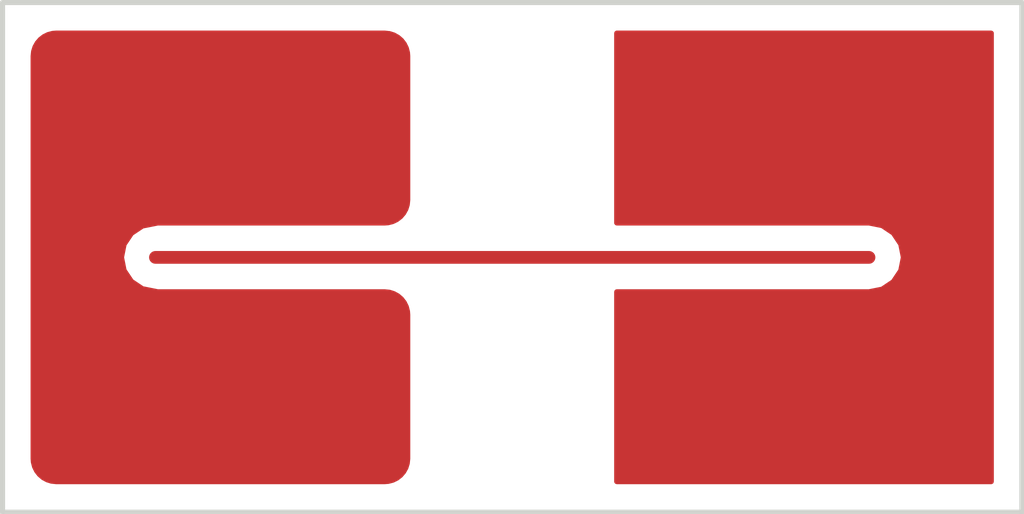
<source format=kicad_pcb>
(kicad_pcb (version 4) (host pcbnew 4.0.7)

  (general
    (links 0)
    (no_connects 0)
    (area 99.949999 99.949999 120.050001 110.050001)
    (thickness 1.6)
    (drawings 4)
    (tracks 1)
    (zones 0)
    (modules 0)
    (nets 1)
  )

  (page A4)
  (layers
    (0 F.Cu signal)
    (31 B.Cu signal)
    (32 B.Adhes user)
    (33 F.Adhes user)
    (34 B.Paste user)
    (35 F.Paste user)
    (36 B.SilkS user)
    (37 F.SilkS user)
    (38 B.Mask user)
    (39 F.Mask user)
    (40 Dwgs.User user)
    (41 Cmts.User user)
    (42 Eco1.User user)
    (43 Eco2.User user)
    (44 Edge.Cuts user)
    (45 Margin user)
    (46 B.CrtYd user)
    (47 F.CrtYd user)
    (48 B.Fab user)
    (49 F.Fab user)
  )

  (setup
    (last_trace_width 0.25)
    (trace_clearance 0.2)
    (zone_clearance 0.5)
    (zone_45_only yes)
    (trace_min 0.2)
    (segment_width 0.2)
    (edge_width 0.1)
    (via_size 0.6)
    (via_drill 0.4)
    (via_min_size 0.4)
    (via_min_drill 0.3)
    (uvia_size 0.3)
    (uvia_drill 0.1)
    (uvias_allowed no)
    (uvia_min_size 0.2)
    (uvia_min_drill 0.1)
    (pcb_text_width 0.3)
    (pcb_text_size 1.5 1.5)
    (mod_edge_width 0.15)
    (mod_text_size 1 1)
    (mod_text_width 0.15)
    (pad_size 1.5 1.5)
    (pad_drill 0.6)
    (pad_to_mask_clearance 0)
    (aux_axis_origin 0 0)
    (visible_elements FFFFFF7F)
    (pcbplotparams
      (layerselection 0x010bc_80000001)
      (usegerberextensions false)
      (excludeedgelayer false)
      (linewidth 0.100000)
      (plotframeref false)
      (viasonmask false)
      (mode 1)
      (useauxorigin false)
      (hpglpennumber 1)
      (hpglpenspeed 20)
      (hpglpendiameter 15)
      (hpglpenoverlay 2)
      (psnegative false)
      (psa4output false)
      (plotreference true)
      (plotvalue true)
      (plotinvisibletext false)
      (padsonsilk false)
      (subtractmaskfromsilk false)
      (outputformat 1)
      (mirror false)
      (drillshape 0)
      (scaleselection 1)
      (outputdirectory ""))
  )

  (net 0 "")

  (net_class Default "This is the default net class."
    (clearance 0.2)
    (trace_width 0.25)
    (via_dia 0.6)
    (via_drill 0.4)
    (uvia_dia 0.3)
    (uvia_drill 0.1)
  )

  (gr_line (start 100 110) (end 100 100) (angle 90) (layer Edge.Cuts) (width 0.1))
  (gr_line (start 120 110) (end 100 110) (angle 90) (layer Edge.Cuts) (width 0.1))
  (gr_line (start 120 100) (end 120 110) (angle 90) (layer Edge.Cuts) (width 0.1))
  (gr_line (start 100 100) (end 120 100) (angle 90) (layer Edge.Cuts) (width 0.1))

  (segment (start 103 105) (end 117 105) (width 0.25) (layer F.Cu) (net 0))

  (zone (net 0) (net_name "") (layer F.Cu) (tstamp 5CAC62B0) (hatch none 0.508)
    (connect_pads (clearance 0.5))
    (min_thickness 1)
    (fill yes (arc_segments 16) (thermal_gap 0.5) (thermal_bridge_width 1.1))
    (polygon
      (pts
        (xy 108 110) (xy 100 110) (xy 100 100) (xy 108 100)
      )
    )
    (filled_polygon
      (pts
        (xy 107.5 103.875) (xy 103 103.875) (xy 102.569481 103.960636) (xy 102.204505 104.204505) (xy 101.960636 104.569481)
        (xy 101.875 105) (xy 101.960636 105.430519) (xy 102.204505 105.795495) (xy 102.569481 106.039364) (xy 103 106.125)
        (xy 107.5 106.125) (xy 107.5 108.95) (xy 101.05 108.95) (xy 101.05 101.05) (xy 107.5 101.05)
      )
    )
  )
  (zone (net 0) (net_name "") (layer F.Cu) (tstamp 5CAC62EB) (hatch edge 0.508)
    (connect_pads (clearance 0.5))
    (min_thickness 0.1)
    (fill yes (arc_segments 16) (thermal_gap 0.5) (thermal_bridge_width 1.1))
    (polygon
      (pts
        (xy 120 110) (xy 112 110) (xy 112 100) (xy 120 100)
      )
    )
    (filled_polygon
      (pts
        (xy 119.4 109.4) (xy 112.05 109.4) (xy 112.05 105.675) (xy 117 105.675) (xy 117.258311 105.623619)
        (xy 117.477297 105.477297) (xy 117.623619 105.258311) (xy 117.675 105) (xy 117.623619 104.741689) (xy 117.477297 104.522703)
        (xy 117.258311 104.376381) (xy 117 104.325) (xy 112.05 104.325) (xy 112.05 100.6) (xy 119.4 100.6)
      )
    )
  )
)

</source>
